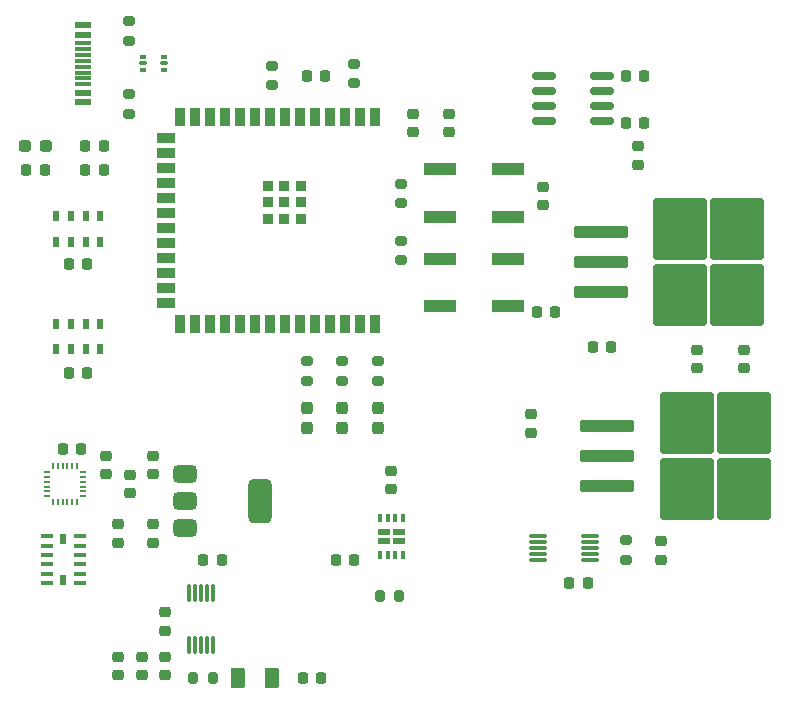
<source format=gbr>
%TF.GenerationSoftware,KiCad,Pcbnew,9.0.6*%
%TF.CreationDate,2025-12-27T23:02:07-08:00*%
%TF.ProjectId,Test Rocket Board,54657374-2052-46f6-936b-657420426f61,rev?*%
%TF.SameCoordinates,Original*%
%TF.FileFunction,Paste,Top*%
%TF.FilePolarity,Positive*%
%FSLAX46Y46*%
G04 Gerber Fmt 4.6, Leading zero omitted, Abs format (unit mm)*
G04 Created by KiCad (PCBNEW 9.0.6) date 2025-12-27 23:02:07*
%MOMM*%
%LPD*%
G01*
G04 APERTURE LIST*
G04 Aperture macros list*
%AMRoundRect*
0 Rectangle with rounded corners*
0 $1 Rounding radius*
0 $2 $3 $4 $5 $6 $7 $8 $9 X,Y pos of 4 corners*
0 Add a 4 corners polygon primitive as box body*
4,1,4,$2,$3,$4,$5,$6,$7,$8,$9,$2,$3,0*
0 Add four circle primitives for the rounded corners*
1,1,$1+$1,$2,$3*
1,1,$1+$1,$4,$5*
1,1,$1+$1,$6,$7*
1,1,$1+$1,$8,$9*
0 Add four rect primitives between the rounded corners*
20,1,$1+$1,$2,$3,$4,$5,0*
20,1,$1+$1,$4,$5,$6,$7,0*
20,1,$1+$1,$6,$7,$8,$9,0*
20,1,$1+$1,$8,$9,$2,$3,0*%
G04 Aperture macros list end*
%ADD10R,0.550000X0.950000*%
%ADD11RoundRect,0.200000X0.275000X-0.200000X0.275000X0.200000X-0.275000X0.200000X-0.275000X-0.200000X0*%
%ADD12RoundRect,0.237500X0.237500X-0.287500X0.237500X0.287500X-0.237500X0.287500X-0.237500X-0.287500X0*%
%ADD13RoundRect,0.225000X0.250000X-0.225000X0.250000X0.225000X-0.250000X0.225000X-0.250000X-0.225000X0*%
%ADD14RoundRect,0.200000X-0.275000X0.200000X-0.275000X-0.200000X0.275000X-0.200000X0.275000X0.200000X0*%
%ADD15RoundRect,0.075000X-0.650000X-0.075000X0.650000X-0.075000X0.650000X0.075000X-0.650000X0.075000X0*%
%ADD16RoundRect,0.218750X0.218750X0.256250X-0.218750X0.256250X-0.218750X-0.256250X0.218750X-0.256250X0*%
%ADD17RoundRect,0.200000X0.200000X0.275000X-0.200000X0.275000X-0.200000X-0.275000X0.200000X-0.275000X0*%
%ADD18RoundRect,0.250000X-2.050000X-0.300000X2.050000X-0.300000X2.050000X0.300000X-2.050000X0.300000X0*%
%ADD19RoundRect,0.250000X-2.025000X-2.375000X2.025000X-2.375000X2.025000X2.375000X-2.025000X2.375000X0*%
%ADD20RoundRect,0.225000X-0.225000X-0.250000X0.225000X-0.250000X0.225000X0.250000X-0.225000X0.250000X0*%
%ADD21RoundRect,0.218750X-0.256250X0.218750X-0.256250X-0.218750X0.256250X-0.218750X0.256250X0.218750X0*%
%ADD22R,0.900000X0.900000*%
%ADD23R,0.900000X1.500000*%
%ADD24R,1.500000X0.900000*%
%ADD25RoundRect,0.225000X-0.250000X0.225000X-0.250000X-0.225000X0.250000X-0.225000X0.250000X0.225000X0*%
%ADD26R,2.750000X1.000000*%
%ADD27RoundRect,0.218750X-0.218750X-0.256250X0.218750X-0.256250X0.218750X0.256250X-0.218750X0.256250X0*%
%ADD28RoundRect,0.250000X0.375000X0.625000X-0.375000X0.625000X-0.375000X-0.625000X0.375000X-0.625000X0*%
%ADD29R,1.000000X0.600000*%
%ADD30R,0.350000X0.650000*%
%ADD31R,1.450000X0.600000*%
%ADD32R,1.450000X0.300000*%
%ADD33RoundRect,0.150000X0.825000X0.150000X-0.825000X0.150000X-0.825000X-0.150000X0.825000X-0.150000X0*%
%ADD34RoundRect,0.225000X0.225000X0.250000X-0.225000X0.250000X-0.225000X-0.250000X0.225000X-0.250000X0*%
%ADD35RoundRect,0.375000X-0.625000X-0.375000X0.625000X-0.375000X0.625000X0.375000X-0.625000X0.375000X0*%
%ADD36RoundRect,0.500000X-0.500000X-1.400000X0.500000X-1.400000X0.500000X1.400000X-0.500000X1.400000X0*%
%ADD37RoundRect,0.075000X-0.075000X0.650000X-0.075000X-0.650000X0.075000X-0.650000X0.075000X0.650000X0*%
%ADD38RoundRect,0.237500X0.287500X0.237500X-0.287500X0.237500X-0.287500X-0.237500X0.287500X-0.237500X0*%
%ADD39RoundRect,0.093750X-0.156250X-0.093750X0.156250X-0.093750X0.156250X0.093750X-0.156250X0.093750X0*%
%ADD40RoundRect,0.075000X-0.250000X-0.075000X0.250000X-0.075000X0.250000X0.075000X-0.250000X0.075000X0*%
%ADD41RoundRect,0.050000X0.050000X-0.225000X0.050000X0.225000X-0.050000X0.225000X-0.050000X-0.225000X0*%
%ADD42RoundRect,0.050000X0.225000X0.050000X-0.225000X0.050000X-0.225000X-0.050000X0.225000X-0.050000X0*%
%ADD43R,1.117800X0.449200*%
%ADD44R,0.500000X0.813000*%
G04 APERTURE END LIST*
D10*
%TO.C,U3*%
X136750000Y-107150000D03*
X138000000Y-107150000D03*
X139250000Y-107150000D03*
X140500000Y-107150000D03*
X140500000Y-105000000D03*
X139250000Y-105000000D03*
X138000000Y-105000000D03*
X136750000Y-105000000D03*
%TD*%
D11*
%TO.C,R9*%
X185000000Y-125000000D03*
X185000000Y-123350000D03*
%TD*%
%TO.C,R3*%
X166000000Y-99650000D03*
X166000000Y-98000000D03*
%TD*%
D12*
%TO.C,D2*%
X158000000Y-113875000D03*
X158000000Y-112125000D03*
%TD*%
D13*
%TO.C,C4*%
X186000000Y-91550000D03*
X186000000Y-90000000D03*
%TD*%
D14*
%TO.C,R5*%
X142955000Y-85600000D03*
X142955000Y-87250000D03*
%TD*%
D12*
%TO.C,D4*%
X164000000Y-113875000D03*
X164000000Y-112125000D03*
%TD*%
D15*
%TO.C,U9*%
X177600000Y-123000000D03*
X177600000Y-123500000D03*
X177600000Y-124000000D03*
X177600000Y-124500000D03*
X177600000Y-125000000D03*
X182000000Y-125000000D03*
X182000000Y-124500000D03*
X182000000Y-124000000D03*
X182000000Y-123500000D03*
X182000000Y-123000000D03*
%TD*%
D16*
%TO.C,D7*%
X140787500Y-92000000D03*
X139212500Y-92000000D03*
%TD*%
D11*
%TO.C,R6*%
X158000000Y-109825000D03*
X158000000Y-108175000D03*
%TD*%
D16*
%TO.C,F1*%
X135787500Y-92000000D03*
X134212500Y-92000000D03*
%TD*%
D17*
%TO.C,R10*%
X150000000Y-135000000D03*
X148350000Y-135000000D03*
%TD*%
D18*
%TO.C,U6*%
X182850000Y-97235000D03*
X182850000Y-99775000D03*
D19*
X189575000Y-97000000D03*
X189575000Y-102550000D03*
X194425000Y-97000000D03*
X194425000Y-102550000D03*
D18*
X182850000Y-102315000D03*
%TD*%
D20*
%TO.C,C10*%
X137850000Y-100000000D03*
X139400000Y-100000000D03*
%TD*%
D21*
%TO.C,D6*%
X142000000Y-133212500D03*
X142000000Y-134787500D03*
%TD*%
D22*
%TO.C,IC1*%
X154661683Y-93345606D03*
X157461683Y-93350000D03*
X156061683Y-93350000D03*
X154661683Y-94745606D03*
X157461683Y-94750000D03*
X156061683Y-94750000D03*
X154661683Y-96145606D03*
X157461683Y-96150000D03*
X156061683Y-96150000D03*
D23*
X163781683Y-87500000D03*
X162511683Y-87500000D03*
X161241683Y-87500000D03*
X159971683Y-87500000D03*
X158701683Y-87500000D03*
X157431683Y-87500000D03*
X156161683Y-87500000D03*
X154891683Y-87500000D03*
X153621683Y-87500000D03*
X152351683Y-87500000D03*
X151081683Y-87500000D03*
X149811683Y-87500000D03*
X148541683Y-87500000D03*
X147271683Y-87500000D03*
D24*
X146021683Y-89265000D03*
X146021683Y-90535000D03*
X146021683Y-91805000D03*
X146021683Y-93075000D03*
X146021683Y-94345000D03*
X146021683Y-95615000D03*
X146021683Y-96885000D03*
X146021683Y-98155000D03*
X146021683Y-99425000D03*
X146021683Y-100695000D03*
X146021683Y-101965000D03*
X146021683Y-103235000D03*
D23*
X147271683Y-105000000D03*
X148541683Y-105000000D03*
X149811683Y-105000000D03*
X151081683Y-105000000D03*
X152351683Y-105000000D03*
X153621683Y-105000000D03*
X154891683Y-105000000D03*
X156161683Y-105000000D03*
X157431683Y-105000000D03*
X158701683Y-105000000D03*
X159971683Y-105000000D03*
X161241683Y-105000000D03*
X162511683Y-105000000D03*
X163781683Y-105000000D03*
%TD*%
D25*
%TO.C,C3*%
X170000000Y-87225000D03*
X170000000Y-88775000D03*
%TD*%
D21*
%TO.C,D5*%
X176968870Y-112653120D03*
X176968870Y-114228120D03*
%TD*%
D20*
%TO.C,C6*%
X185000000Y-84000000D03*
X186550000Y-84000000D03*
%TD*%
D13*
%TO.C,C22*%
X144000000Y-134775000D03*
X144000000Y-133225000D03*
%TD*%
D10*
%TO.C,U4*%
X136750000Y-98075000D03*
X138000000Y-98075000D03*
X139250000Y-98075000D03*
X140500000Y-98075000D03*
X140500000Y-95925000D03*
X139250000Y-95925000D03*
X138000000Y-95925000D03*
X136750000Y-95925000D03*
%TD*%
D26*
%TO.C,SW2*%
X169240000Y-99500000D03*
X175000000Y-99500000D03*
X169240000Y-103500000D03*
X175000000Y-103500000D03*
%TD*%
D20*
%TO.C,C9*%
X137850000Y-109150000D03*
X139400000Y-109150000D03*
%TD*%
D27*
%TO.C,D1*%
X139212500Y-90000000D03*
X140787500Y-90000000D03*
%TD*%
D28*
%TO.C,F2*%
X155000000Y-135000000D03*
X152200000Y-135000000D03*
%TD*%
D29*
%TO.C,U11*%
X165750574Y-122639368D03*
X164550574Y-122639368D03*
X165750574Y-123414368D03*
X164550574Y-123414368D03*
D30*
X166125574Y-121476868D03*
X165475574Y-121476868D03*
X164825574Y-121476868D03*
X164175574Y-121476868D03*
X164175574Y-124576868D03*
X164825574Y-124576868D03*
X165475574Y-124576868D03*
X166125574Y-124576868D03*
%TD*%
D31*
%TO.C,J3*%
X139045000Y-79750000D03*
X139045000Y-80550000D03*
D32*
X139045000Y-81750000D03*
X139045000Y-82750000D03*
X139045000Y-83250000D03*
X139045000Y-84250000D03*
D31*
X139045000Y-85450000D03*
X139045000Y-86250000D03*
X139045000Y-86250000D03*
X139045000Y-85450000D03*
D32*
X139045000Y-84750000D03*
X139045000Y-83750000D03*
X139045000Y-82250000D03*
X139045000Y-81250000D03*
D31*
X139045000Y-80550000D03*
X139045000Y-79750000D03*
%TD*%
D17*
%TO.C,R12*%
X165825000Y-128046430D03*
X164175000Y-128046430D03*
%TD*%
D25*
%TO.C,C18*%
X195000000Y-107225000D03*
X195000000Y-108775000D03*
%TD*%
D33*
%TO.C,U1*%
X183000000Y-87810000D03*
X183000000Y-86540000D03*
X183000000Y-85270000D03*
X183000000Y-84000000D03*
X178050000Y-84000000D03*
X178050000Y-85270000D03*
X178050000Y-86540000D03*
X178050000Y-87810000D03*
%TD*%
D34*
%TO.C,C20*%
X181775000Y-127000000D03*
X180225000Y-127000000D03*
%TD*%
D20*
%TO.C,C5*%
X185000000Y-88000000D03*
X186550000Y-88000000D03*
%TD*%
D25*
%TO.C,C7*%
X178000000Y-93450000D03*
X178000000Y-95000000D03*
%TD*%
D35*
%TO.C,U8*%
X147700000Y-117700000D03*
X147700000Y-120000000D03*
D36*
X154000000Y-120000000D03*
D35*
X147700000Y-122300000D03*
%TD*%
D37*
%TO.C,U10*%
X150000000Y-127800000D03*
X149500000Y-127800000D03*
X149000000Y-127800000D03*
X148500000Y-127800000D03*
X148000000Y-127800000D03*
X148000000Y-132200000D03*
X148500000Y-132200000D03*
X149000000Y-132200000D03*
X149500000Y-132200000D03*
X150000000Y-132200000D03*
%TD*%
D25*
%TO.C,C2*%
X167000000Y-87228652D03*
X167000000Y-88778652D03*
%TD*%
D13*
%TO.C,C23*%
X146000000Y-131000000D03*
X146000000Y-129450000D03*
%TD*%
D25*
%TO.C,C11*%
X143000000Y-117825000D03*
X143000000Y-119375000D03*
%TD*%
D13*
%TO.C,C27*%
X142000000Y-123550000D03*
X142000000Y-122000000D03*
%TD*%
D11*
%TO.C,R7*%
X161000000Y-109825000D03*
X161000000Y-108175000D03*
%TD*%
D13*
%TO.C,C21*%
X146000000Y-134775000D03*
X146000000Y-133225000D03*
%TD*%
D38*
%TO.C,FB1*%
X135875000Y-90000000D03*
X134125000Y-90000000D03*
%TD*%
D39*
%TO.C,U2*%
X144151036Y-82445306D03*
D40*
X144076036Y-82982806D03*
D39*
X144151036Y-83520306D03*
X145851036Y-83520306D03*
D40*
X145926036Y-82982806D03*
D39*
X145851036Y-82445306D03*
%TD*%
D12*
%TO.C,D3*%
X161000000Y-113875000D03*
X161000000Y-112125000D03*
%TD*%
D13*
%TO.C,C25*%
X165110000Y-119025000D03*
X165110000Y-117475000D03*
%TD*%
D11*
%TO.C,R8*%
X164000000Y-109825000D03*
X164000000Y-108175000D03*
%TD*%
%TO.C,R4*%
X142955000Y-81075000D03*
X142955000Y-79425000D03*
%TD*%
%TO.C,R11*%
X155000000Y-84825000D03*
X155000000Y-83175000D03*
%TD*%
D13*
%TO.C,C15*%
X188000000Y-125000000D03*
X188000000Y-123450000D03*
%TD*%
D18*
%TO.C,U7*%
X183425000Y-113685000D03*
X183425000Y-116225000D03*
D19*
X190150000Y-113450000D03*
X190150000Y-119000000D03*
X195000000Y-113450000D03*
X195000000Y-119000000D03*
D18*
X183425000Y-118765000D03*
%TD*%
D13*
%TO.C,C13*%
X141000000Y-117775000D03*
X141000000Y-116225000D03*
%TD*%
D14*
%TO.C,R2*%
X166000000Y-93175000D03*
X166000000Y-94825000D03*
%TD*%
D13*
%TO.C,C26*%
X145000000Y-123550000D03*
X145000000Y-122000000D03*
%TD*%
D41*
%TO.C,U5*%
X136500000Y-120100000D03*
X136900000Y-120100000D03*
X137300000Y-120100000D03*
X137700000Y-120100000D03*
X138100000Y-120100000D03*
X138500000Y-120100000D03*
D42*
X139000000Y-119600000D03*
X139000000Y-119200000D03*
X139000000Y-118800000D03*
X139000000Y-118400000D03*
X139000000Y-118000000D03*
X139000000Y-117600000D03*
D41*
X138500000Y-117100000D03*
X138100000Y-117100000D03*
X137700000Y-117100000D03*
X137300000Y-117100000D03*
X136900000Y-117100000D03*
X136500000Y-117100000D03*
D42*
X136000000Y-117600000D03*
X136000000Y-118000000D03*
X136000000Y-118400000D03*
X136000000Y-118800000D03*
X136000000Y-119200000D03*
X136000000Y-119600000D03*
%TD*%
D20*
%TO.C,C16*%
X149225000Y-125000000D03*
X150775000Y-125000000D03*
%TD*%
D26*
%TO.C,SW1*%
X169240000Y-91950000D03*
X175000000Y-91950000D03*
X169240000Y-95950000D03*
X175000000Y-95950000D03*
%TD*%
D20*
%TO.C,C12*%
X137305000Y-115600000D03*
X138855000Y-115600000D03*
%TD*%
D27*
%TO.C,D8*%
X157625000Y-135000000D03*
X159200000Y-135000000D03*
%TD*%
D20*
%TO.C,C24*%
X160450000Y-125025000D03*
X162000000Y-125025000D03*
%TD*%
%TO.C,C1*%
X158000000Y-84000000D03*
X159550000Y-84000000D03*
%TD*%
D13*
%TO.C,C19*%
X145000000Y-117775000D03*
X145000000Y-116225000D03*
%TD*%
%TO.C,C17*%
X191000000Y-108775000D03*
X191000000Y-107225000D03*
%TD*%
D34*
%TO.C,C8*%
X179000000Y-104000000D03*
X177450000Y-104000000D03*
%TD*%
%TO.C,C14*%
X183775000Y-107000000D03*
X182225000Y-107000000D03*
%TD*%
D43*
%TO.C,U12*%
X138741802Y-127000000D03*
X138741802Y-126199999D03*
X138741802Y-125399998D03*
X138741802Y-124600000D03*
X138741802Y-123799999D03*
X138741802Y-123000000D03*
D44*
X137370901Y-123281501D03*
D43*
X136000000Y-122999998D03*
X136000000Y-123799999D03*
X136000000Y-124600000D03*
X136000000Y-125399998D03*
X136000000Y-126199999D03*
X136000000Y-126999998D03*
D44*
X137370901Y-126718497D03*
%TD*%
D14*
%TO.C,R1*%
X162000000Y-83000000D03*
X162000000Y-84650000D03*
%TD*%
M02*

</source>
